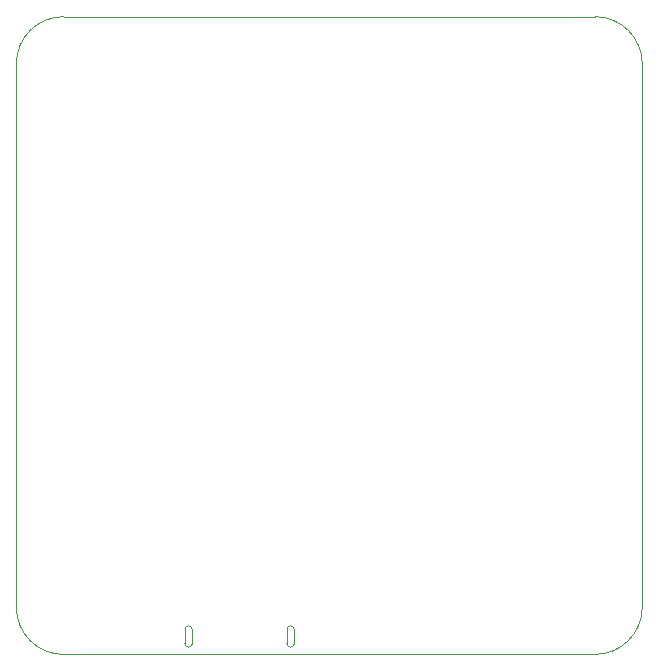
<source format=gbr>
%TF.GenerationSoftware,KiCad,Pcbnew,7.0.1*%
%TF.CreationDate,2023-07-17T15:28:08+02:00*%
%TF.ProjectId,Had_Konzole,4861645f-4b6f-46e7-9a6f-6c652e6b6963,rev?*%
%TF.SameCoordinates,Original*%
%TF.FileFunction,Profile,NP*%
%FSLAX46Y46*%
G04 Gerber Fmt 4.6, Leading zero omitted, Abs format (unit mm)*
G04 Created by KiCad (PCBNEW 7.0.1) date 2023-07-17 15:28:08*
%MOMM*%
%LPD*%
G01*
G04 APERTURE LIST*
%TA.AperFunction,Profile*%
%ADD10C,0.100000*%
%TD*%
%TA.AperFunction,Profile*%
%ADD11C,0.010000*%
%TD*%
G04 APERTURE END LIST*
D10*
X100600000Y-58800000D02*
G75*
G03*
X96600000Y-62800000I0J-4000000D01*
G01*
X149600000Y-62800000D02*
X149600000Y-108800000D01*
X96600000Y-108800000D02*
X96600000Y-62800000D01*
X100600000Y-58800000D02*
X145600000Y-58800000D01*
X145600000Y-112800000D02*
X100700000Y-112800000D01*
X145600000Y-112800000D02*
G75*
G03*
X149600000Y-108800000I0J4000000D01*
G01*
X149600000Y-62800000D02*
G75*
G03*
X145600000Y-58800000I-4000000J0D01*
G01*
X100700000Y-112800000D02*
X100600000Y-112800000D01*
X96600000Y-108800000D02*
G75*
G03*
X100600000Y-112800000I4000000J0D01*
G01*
D11*
%TO.C,J4*%
X110880000Y-111275000D02*
X110880000Y-110675000D01*
X110880000Y-111875000D02*
X110880000Y-111280000D01*
X111480000Y-110675000D02*
X111480000Y-111875000D01*
X119520000Y-111275000D02*
X119520000Y-110675000D01*
X119520000Y-111875000D02*
X119520000Y-111280000D01*
X120120000Y-110675000D02*
X120120000Y-111875000D01*
X111180000Y-110375000D02*
G75*
G03*
X110880000Y-110675000I0J-300000D01*
G01*
X111480000Y-110675000D02*
G75*
G03*
X111180000Y-110375000I-300000J0D01*
G01*
X110880000Y-111875000D02*
G75*
G03*
X111180000Y-112175000I300000J0D01*
G01*
X111180000Y-112175000D02*
G75*
G03*
X111480000Y-111875000I0J300000D01*
G01*
X119820000Y-110375000D02*
G75*
G03*
X119520000Y-110675000I0J-300000D01*
G01*
X120120000Y-110675000D02*
G75*
G03*
X119820000Y-110375000I-300000J0D01*
G01*
X119520000Y-111875000D02*
G75*
G03*
X119820000Y-112175000I300000J0D01*
G01*
X119820000Y-112175000D02*
G75*
G03*
X120120000Y-111875000I0J300000D01*
G01*
%TD*%
M02*

</source>
